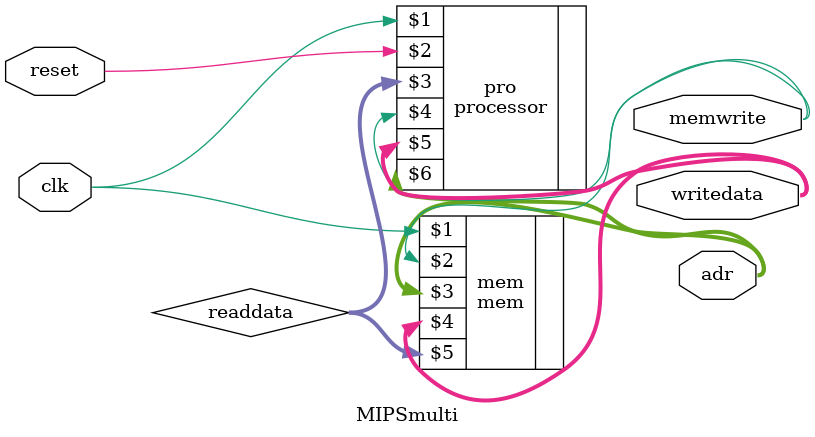
<source format=v>
module MIPSmulti(input clk, reset,
output [31:0] writedata, adr,
output memwrite);
wire [31:0] readdata;
// instantiate processor and memories
processor pro(clk, reset, readdata, memwrite, writedata, adr);
mem mem(clk, memwrite, adr, writedata, readdata);
endmodule 

</source>
